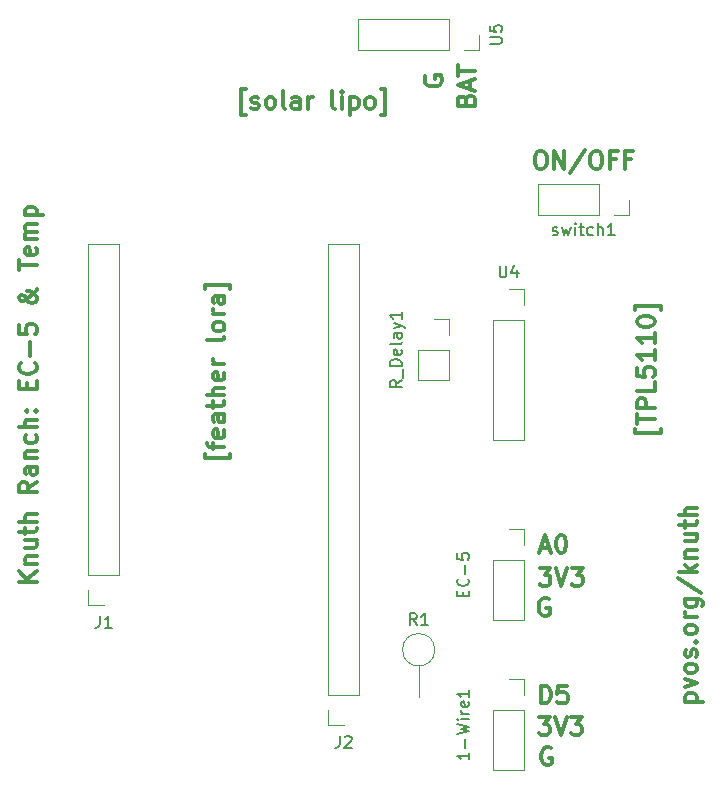
<source format=gbr>
G04 #@! TF.GenerationSoftware,KiCad,Pcbnew,5.0.2-bee76a0~70~ubuntu18.04.1*
G04 #@! TF.CreationDate,2019-07-26T15:06:13-04:00*
G04 #@! TF.ProjectId,knuth-gateway,6b6e7574-682d-4676-9174-657761792e6b,rev?*
G04 #@! TF.SameCoordinates,Original*
G04 #@! TF.FileFunction,Legend,Top*
G04 #@! TF.FilePolarity,Positive*
%FSLAX46Y46*%
G04 Gerber Fmt 4.6, Leading zero omitted, Abs format (unit mm)*
G04 Created by KiCad (PCBNEW 5.0.2-bee76a0~70~ubuntu18.04.1) date Fri 26 Jul 2019 03:06:13 PM EDT*
%MOMM*%
%LPD*%
G01*
G04 APERTURE LIST*
%ADD10C,0.300000*%
%ADD11C,0.120000*%
%ADD12C,0.150000*%
G04 APERTURE END LIST*
D10*
X265592571Y-89226400D02*
X265592571Y-89583542D01*
X263449714Y-89583542D01*
X263449714Y-89226400D01*
X263592571Y-88869257D02*
X263592571Y-88012114D01*
X265092571Y-88440685D02*
X263592571Y-88440685D01*
X265092571Y-87512114D02*
X263592571Y-87512114D01*
X263592571Y-86940685D01*
X263664000Y-86797828D01*
X263735428Y-86726400D01*
X263878285Y-86654971D01*
X264092571Y-86654971D01*
X264235428Y-86726400D01*
X264306857Y-86797828D01*
X264378285Y-86940685D01*
X264378285Y-87512114D01*
X265092571Y-85297828D02*
X265092571Y-86012114D01*
X263592571Y-86012114D01*
X263592571Y-84083542D02*
X263592571Y-84797828D01*
X264306857Y-84869257D01*
X264235428Y-84797828D01*
X264164000Y-84654971D01*
X264164000Y-84297828D01*
X264235428Y-84154971D01*
X264306857Y-84083542D01*
X264449714Y-84012114D01*
X264806857Y-84012114D01*
X264949714Y-84083542D01*
X265021142Y-84154971D01*
X265092571Y-84297828D01*
X265092571Y-84654971D01*
X265021142Y-84797828D01*
X264949714Y-84869257D01*
X265092571Y-82583542D02*
X265092571Y-83440685D01*
X265092571Y-83012114D02*
X263592571Y-83012114D01*
X263806857Y-83154971D01*
X263949714Y-83297828D01*
X264021142Y-83440685D01*
X265092571Y-81154971D02*
X265092571Y-82012114D01*
X265092571Y-81583542D02*
X263592571Y-81583542D01*
X263806857Y-81726400D01*
X263949714Y-81869257D01*
X264021142Y-82012114D01*
X263592571Y-80226400D02*
X263592571Y-80083542D01*
X263664000Y-79940685D01*
X263735428Y-79869257D01*
X263878285Y-79797828D01*
X264164000Y-79726400D01*
X264521142Y-79726400D01*
X264806857Y-79797828D01*
X264949714Y-79869257D01*
X265021142Y-79940685D01*
X265092571Y-80083542D01*
X265092571Y-80226400D01*
X265021142Y-80369257D01*
X264949714Y-80440685D01*
X264806857Y-80512114D01*
X264521142Y-80583542D01*
X264164000Y-80583542D01*
X263878285Y-80512114D01*
X263735428Y-80440685D01*
X263664000Y-80369257D01*
X263592571Y-80226400D01*
X265592571Y-79226400D02*
X265592571Y-78869257D01*
X263449714Y-78869257D01*
X263449714Y-79226400D01*
X229168971Y-91343085D02*
X229168971Y-91700228D01*
X227026114Y-91700228D01*
X227026114Y-91343085D01*
X227668971Y-90985942D02*
X227668971Y-90414514D01*
X228668971Y-90771657D02*
X227383257Y-90771657D01*
X227240400Y-90700228D01*
X227168971Y-90557371D01*
X227168971Y-90414514D01*
X228597542Y-89343085D02*
X228668971Y-89485942D01*
X228668971Y-89771657D01*
X228597542Y-89914514D01*
X228454685Y-89985942D01*
X227883257Y-89985942D01*
X227740400Y-89914514D01*
X227668971Y-89771657D01*
X227668971Y-89485942D01*
X227740400Y-89343085D01*
X227883257Y-89271657D01*
X228026114Y-89271657D01*
X228168971Y-89985942D01*
X228668971Y-87985942D02*
X227883257Y-87985942D01*
X227740400Y-88057371D01*
X227668971Y-88200228D01*
X227668971Y-88485942D01*
X227740400Y-88628800D01*
X228597542Y-87985942D02*
X228668971Y-88128800D01*
X228668971Y-88485942D01*
X228597542Y-88628800D01*
X228454685Y-88700228D01*
X228311828Y-88700228D01*
X228168971Y-88628800D01*
X228097542Y-88485942D01*
X228097542Y-88128800D01*
X228026114Y-87985942D01*
X227668971Y-87485942D02*
X227668971Y-86914514D01*
X227168971Y-87271657D02*
X228454685Y-87271657D01*
X228597542Y-87200228D01*
X228668971Y-87057371D01*
X228668971Y-86914514D01*
X228668971Y-86414514D02*
X227168971Y-86414514D01*
X228668971Y-85771657D02*
X227883257Y-85771657D01*
X227740400Y-85843085D01*
X227668971Y-85985942D01*
X227668971Y-86200228D01*
X227740400Y-86343085D01*
X227811828Y-86414514D01*
X228597542Y-84485942D02*
X228668971Y-84628800D01*
X228668971Y-84914514D01*
X228597542Y-85057371D01*
X228454685Y-85128800D01*
X227883257Y-85128800D01*
X227740400Y-85057371D01*
X227668971Y-84914514D01*
X227668971Y-84628800D01*
X227740400Y-84485942D01*
X227883257Y-84414514D01*
X228026114Y-84414514D01*
X228168971Y-85128800D01*
X228668971Y-83771657D02*
X227668971Y-83771657D01*
X227954685Y-83771657D02*
X227811828Y-83700228D01*
X227740400Y-83628800D01*
X227668971Y-83485942D01*
X227668971Y-83343085D01*
X228668971Y-81485942D02*
X228597542Y-81628800D01*
X228454685Y-81700228D01*
X227168971Y-81700228D01*
X228668971Y-80700228D02*
X228597542Y-80843085D01*
X228526114Y-80914514D01*
X228383257Y-80985942D01*
X227954685Y-80985942D01*
X227811828Y-80914514D01*
X227740400Y-80843085D01*
X227668971Y-80700228D01*
X227668971Y-80485942D01*
X227740400Y-80343085D01*
X227811828Y-80271657D01*
X227954685Y-80200228D01*
X228383257Y-80200228D01*
X228526114Y-80271657D01*
X228597542Y-80343085D01*
X228668971Y-80485942D01*
X228668971Y-80700228D01*
X228668971Y-79557371D02*
X227668971Y-79557371D01*
X227954685Y-79557371D02*
X227811828Y-79485942D01*
X227740400Y-79414514D01*
X227668971Y-79271657D01*
X227668971Y-79128800D01*
X228668971Y-77985942D02*
X227883257Y-77985942D01*
X227740400Y-78057371D01*
X227668971Y-78200228D01*
X227668971Y-78485942D01*
X227740400Y-78628800D01*
X228597542Y-77985942D02*
X228668971Y-78128800D01*
X228668971Y-78485942D01*
X228597542Y-78628800D01*
X228454685Y-78700228D01*
X228311828Y-78700228D01*
X228168971Y-78628800D01*
X228097542Y-78485942D01*
X228097542Y-78128800D01*
X228026114Y-77985942D01*
X229168971Y-77414514D02*
X229168971Y-77057371D01*
X227026114Y-77057371D01*
X227026114Y-77414514D01*
X230454914Y-62646571D02*
X230097771Y-62646571D01*
X230097771Y-60503714D01*
X230454914Y-60503714D01*
X230954914Y-62075142D02*
X231097771Y-62146571D01*
X231383485Y-62146571D01*
X231526342Y-62075142D01*
X231597771Y-61932285D01*
X231597771Y-61860857D01*
X231526342Y-61718000D01*
X231383485Y-61646571D01*
X231169200Y-61646571D01*
X231026342Y-61575142D01*
X230954914Y-61432285D01*
X230954914Y-61360857D01*
X231026342Y-61218000D01*
X231169200Y-61146571D01*
X231383485Y-61146571D01*
X231526342Y-61218000D01*
X232454914Y-62146571D02*
X232312057Y-62075142D01*
X232240628Y-62003714D01*
X232169200Y-61860857D01*
X232169200Y-61432285D01*
X232240628Y-61289428D01*
X232312057Y-61218000D01*
X232454914Y-61146571D01*
X232669200Y-61146571D01*
X232812057Y-61218000D01*
X232883485Y-61289428D01*
X232954914Y-61432285D01*
X232954914Y-61860857D01*
X232883485Y-62003714D01*
X232812057Y-62075142D01*
X232669200Y-62146571D01*
X232454914Y-62146571D01*
X233812057Y-62146571D02*
X233669200Y-62075142D01*
X233597771Y-61932285D01*
X233597771Y-60646571D01*
X235026342Y-62146571D02*
X235026342Y-61360857D01*
X234954914Y-61218000D01*
X234812057Y-61146571D01*
X234526342Y-61146571D01*
X234383485Y-61218000D01*
X235026342Y-62075142D02*
X234883485Y-62146571D01*
X234526342Y-62146571D01*
X234383485Y-62075142D01*
X234312057Y-61932285D01*
X234312057Y-61789428D01*
X234383485Y-61646571D01*
X234526342Y-61575142D01*
X234883485Y-61575142D01*
X235026342Y-61503714D01*
X235740628Y-62146571D02*
X235740628Y-61146571D01*
X235740628Y-61432285D02*
X235812057Y-61289428D01*
X235883485Y-61218000D01*
X236026342Y-61146571D01*
X236169200Y-61146571D01*
X238026342Y-62146571D02*
X237883485Y-62075142D01*
X237812057Y-61932285D01*
X237812057Y-60646571D01*
X238597771Y-62146571D02*
X238597771Y-61146571D01*
X238597771Y-60646571D02*
X238526342Y-60718000D01*
X238597771Y-60789428D01*
X238669200Y-60718000D01*
X238597771Y-60646571D01*
X238597771Y-60789428D01*
X239312057Y-61146571D02*
X239312057Y-62646571D01*
X239312057Y-61218000D02*
X239454914Y-61146571D01*
X239740628Y-61146571D01*
X239883485Y-61218000D01*
X239954914Y-61289428D01*
X240026342Y-61432285D01*
X240026342Y-61860857D01*
X239954914Y-62003714D01*
X239883485Y-62075142D01*
X239740628Y-62146571D01*
X239454914Y-62146571D01*
X239312057Y-62075142D01*
X240883485Y-62146571D02*
X240740628Y-62075142D01*
X240669200Y-62003714D01*
X240597771Y-61860857D01*
X240597771Y-61432285D01*
X240669200Y-61289428D01*
X240740628Y-61218000D01*
X240883485Y-61146571D01*
X241097771Y-61146571D01*
X241240628Y-61218000D01*
X241312057Y-61289428D01*
X241383485Y-61432285D01*
X241383485Y-61860857D01*
X241312057Y-62003714D01*
X241240628Y-62075142D01*
X241097771Y-62146571D01*
X240883485Y-62146571D01*
X241883485Y-62646571D02*
X242240628Y-62646571D01*
X242240628Y-60503714D01*
X241883485Y-60503714D01*
X249117657Y-61406742D02*
X249189085Y-61192457D01*
X249260514Y-61121028D01*
X249403371Y-61049600D01*
X249617657Y-61049600D01*
X249760514Y-61121028D01*
X249831942Y-61192457D01*
X249903371Y-61335314D01*
X249903371Y-61906742D01*
X248403371Y-61906742D01*
X248403371Y-61406742D01*
X248474800Y-61263885D01*
X248546228Y-61192457D01*
X248689085Y-61121028D01*
X248831942Y-61121028D01*
X248974800Y-61192457D01*
X249046228Y-61263885D01*
X249117657Y-61406742D01*
X249117657Y-61906742D01*
X249474800Y-60478171D02*
X249474800Y-59763885D01*
X249903371Y-60621028D02*
X248403371Y-60121028D01*
X249903371Y-59621028D01*
X248403371Y-59335314D02*
X248403371Y-58478171D01*
X249903371Y-58906742D02*
X248403371Y-58906742D01*
X245680800Y-59398742D02*
X245609371Y-59541600D01*
X245609371Y-59755885D01*
X245680800Y-59970171D01*
X245823657Y-60113028D01*
X245966514Y-60184457D01*
X246252228Y-60255885D01*
X246466514Y-60255885D01*
X246752228Y-60184457D01*
X246895085Y-60113028D01*
X247037942Y-59970171D01*
X247109371Y-59755885D01*
X247109371Y-59613028D01*
X247037942Y-59398742D01*
X246966514Y-59327314D01*
X246466514Y-59327314D01*
X246466514Y-59613028D01*
X255468571Y-99310000D02*
X256182857Y-99310000D01*
X255325714Y-99738571D02*
X255825714Y-98238571D01*
X256325714Y-99738571D01*
X257111428Y-98238571D02*
X257254285Y-98238571D01*
X257397142Y-98310000D01*
X257468571Y-98381428D01*
X257540000Y-98524285D01*
X257611428Y-98810000D01*
X257611428Y-99167142D01*
X257540000Y-99452857D01*
X257468571Y-99595714D01*
X257397142Y-99667142D01*
X257254285Y-99738571D01*
X257111428Y-99738571D01*
X256968571Y-99667142D01*
X256897142Y-99595714D01*
X256825714Y-99452857D01*
X256754285Y-99167142D01*
X256754285Y-98810000D01*
X256825714Y-98524285D01*
X256897142Y-98381428D01*
X256968571Y-98310000D01*
X257111428Y-98238571D01*
X255343257Y-101032571D02*
X256271828Y-101032571D01*
X255771828Y-101604000D01*
X255986114Y-101604000D01*
X256128971Y-101675428D01*
X256200400Y-101746857D01*
X256271828Y-101889714D01*
X256271828Y-102246857D01*
X256200400Y-102389714D01*
X256128971Y-102461142D01*
X255986114Y-102532571D01*
X255557542Y-102532571D01*
X255414685Y-102461142D01*
X255343257Y-102389714D01*
X256700400Y-101032571D02*
X257200400Y-102532571D01*
X257700400Y-101032571D01*
X258057542Y-101032571D02*
X258986114Y-101032571D01*
X258486114Y-101604000D01*
X258700400Y-101604000D01*
X258843257Y-101675428D01*
X258914685Y-101746857D01*
X258986114Y-101889714D01*
X258986114Y-102246857D01*
X258914685Y-102389714D01*
X258843257Y-102461142D01*
X258700400Y-102532571D01*
X258271828Y-102532571D01*
X258128971Y-102461142D01*
X258057542Y-102389714D01*
X256120057Y-103644000D02*
X255977200Y-103572571D01*
X255762914Y-103572571D01*
X255548628Y-103644000D01*
X255405771Y-103786857D01*
X255334342Y-103929714D01*
X255262914Y-104215428D01*
X255262914Y-104429714D01*
X255334342Y-104715428D01*
X255405771Y-104858285D01*
X255548628Y-105001142D01*
X255762914Y-105072571D01*
X255905771Y-105072571D01*
X256120057Y-105001142D01*
X256191485Y-104929714D01*
X256191485Y-104429714D01*
X255905771Y-104429714D01*
X255432857Y-112489371D02*
X255432857Y-110989371D01*
X255790000Y-110989371D01*
X256004285Y-111060800D01*
X256147142Y-111203657D01*
X256218571Y-111346514D01*
X256290000Y-111632228D01*
X256290000Y-111846514D01*
X256218571Y-112132228D01*
X256147142Y-112275085D01*
X256004285Y-112417942D01*
X255790000Y-112489371D01*
X255432857Y-112489371D01*
X257647142Y-110989371D02*
X256932857Y-110989371D01*
X256861428Y-111703657D01*
X256932857Y-111632228D01*
X257075714Y-111560800D01*
X257432857Y-111560800D01*
X257575714Y-111632228D01*
X257647142Y-111703657D01*
X257718571Y-111846514D01*
X257718571Y-112203657D01*
X257647142Y-112346514D01*
X257575714Y-112417942D01*
X257432857Y-112489371D01*
X257075714Y-112489371D01*
X256932857Y-112417942D01*
X256861428Y-112346514D01*
X255292457Y-113681771D02*
X256221028Y-113681771D01*
X255721028Y-114253200D01*
X255935314Y-114253200D01*
X256078171Y-114324628D01*
X256149600Y-114396057D01*
X256221028Y-114538914D01*
X256221028Y-114896057D01*
X256149600Y-115038914D01*
X256078171Y-115110342D01*
X255935314Y-115181771D01*
X255506742Y-115181771D01*
X255363885Y-115110342D01*
X255292457Y-115038914D01*
X256649600Y-113681771D02*
X257149600Y-115181771D01*
X257649600Y-113681771D01*
X258006742Y-113681771D02*
X258935314Y-113681771D01*
X258435314Y-114253200D01*
X258649600Y-114253200D01*
X258792457Y-114324628D01*
X258863885Y-114396057D01*
X258935314Y-114538914D01*
X258935314Y-114896057D01*
X258863885Y-115038914D01*
X258792457Y-115110342D01*
X258649600Y-115181771D01*
X258221028Y-115181771D01*
X258078171Y-115110342D01*
X258006742Y-115038914D01*
X256323257Y-116293200D02*
X256180400Y-116221771D01*
X255966114Y-116221771D01*
X255751828Y-116293200D01*
X255608971Y-116436057D01*
X255537542Y-116578914D01*
X255466114Y-116864628D01*
X255466114Y-117078914D01*
X255537542Y-117364628D01*
X255608971Y-117507485D01*
X255751828Y-117650342D01*
X255966114Y-117721771D01*
X256108971Y-117721771D01*
X256323257Y-117650342D01*
X256394685Y-117578914D01*
X256394685Y-117078914D01*
X256108971Y-117078914D01*
X255294285Y-65726571D02*
X255580000Y-65726571D01*
X255722857Y-65798000D01*
X255865714Y-65940857D01*
X255937142Y-66226571D01*
X255937142Y-66726571D01*
X255865714Y-67012285D01*
X255722857Y-67155142D01*
X255580000Y-67226571D01*
X255294285Y-67226571D01*
X255151428Y-67155142D01*
X255008571Y-67012285D01*
X254937142Y-66726571D01*
X254937142Y-66226571D01*
X255008571Y-65940857D01*
X255151428Y-65798000D01*
X255294285Y-65726571D01*
X256580000Y-67226571D02*
X256580000Y-65726571D01*
X257437142Y-67226571D01*
X257437142Y-65726571D01*
X259222857Y-65655142D02*
X257937142Y-67583714D01*
X260008571Y-65726571D02*
X260294285Y-65726571D01*
X260437142Y-65798000D01*
X260580000Y-65940857D01*
X260651428Y-66226571D01*
X260651428Y-66726571D01*
X260580000Y-67012285D01*
X260437142Y-67155142D01*
X260294285Y-67226571D01*
X260008571Y-67226571D01*
X259865714Y-67155142D01*
X259722857Y-67012285D01*
X259651428Y-66726571D01*
X259651428Y-66226571D01*
X259722857Y-65940857D01*
X259865714Y-65798000D01*
X260008571Y-65726571D01*
X261794285Y-66440857D02*
X261294285Y-66440857D01*
X261294285Y-67226571D02*
X261294285Y-65726571D01*
X262008571Y-65726571D01*
X263080000Y-66440857D02*
X262580000Y-66440857D01*
X262580000Y-67226571D02*
X262580000Y-65726571D01*
X263294285Y-65726571D01*
X267648571Y-112354285D02*
X269148571Y-112354285D01*
X267720000Y-112354285D02*
X267648571Y-112211428D01*
X267648571Y-111925714D01*
X267720000Y-111782857D01*
X267791428Y-111711428D01*
X267934285Y-111640000D01*
X268362857Y-111640000D01*
X268505714Y-111711428D01*
X268577142Y-111782857D01*
X268648571Y-111925714D01*
X268648571Y-112211428D01*
X268577142Y-112354285D01*
X267648571Y-111140000D02*
X268648571Y-110782857D01*
X267648571Y-110425714D01*
X268648571Y-109640000D02*
X268577142Y-109782857D01*
X268505714Y-109854285D01*
X268362857Y-109925714D01*
X267934285Y-109925714D01*
X267791428Y-109854285D01*
X267720000Y-109782857D01*
X267648571Y-109640000D01*
X267648571Y-109425714D01*
X267720000Y-109282857D01*
X267791428Y-109211428D01*
X267934285Y-109140000D01*
X268362857Y-109140000D01*
X268505714Y-109211428D01*
X268577142Y-109282857D01*
X268648571Y-109425714D01*
X268648571Y-109640000D01*
X268577142Y-108568571D02*
X268648571Y-108425714D01*
X268648571Y-108140000D01*
X268577142Y-107997142D01*
X268434285Y-107925714D01*
X268362857Y-107925714D01*
X268220000Y-107997142D01*
X268148571Y-108140000D01*
X268148571Y-108354285D01*
X268077142Y-108497142D01*
X267934285Y-108568571D01*
X267862857Y-108568571D01*
X267720000Y-108497142D01*
X267648571Y-108354285D01*
X267648571Y-108140000D01*
X267720000Y-107997142D01*
X268505714Y-107282857D02*
X268577142Y-107211428D01*
X268648571Y-107282857D01*
X268577142Y-107354285D01*
X268505714Y-107282857D01*
X268648571Y-107282857D01*
X268648571Y-106354285D02*
X268577142Y-106497142D01*
X268505714Y-106568571D01*
X268362857Y-106640000D01*
X267934285Y-106640000D01*
X267791428Y-106568571D01*
X267720000Y-106497142D01*
X267648571Y-106354285D01*
X267648571Y-106140000D01*
X267720000Y-105997142D01*
X267791428Y-105925714D01*
X267934285Y-105854285D01*
X268362857Y-105854285D01*
X268505714Y-105925714D01*
X268577142Y-105997142D01*
X268648571Y-106140000D01*
X268648571Y-106354285D01*
X268648571Y-105211428D02*
X267648571Y-105211428D01*
X267934285Y-105211428D02*
X267791428Y-105140000D01*
X267720000Y-105068571D01*
X267648571Y-104925714D01*
X267648571Y-104782857D01*
X267648571Y-103640000D02*
X268862857Y-103640000D01*
X269005714Y-103711428D01*
X269077142Y-103782857D01*
X269148571Y-103925714D01*
X269148571Y-104140000D01*
X269077142Y-104282857D01*
X268577142Y-103640000D02*
X268648571Y-103782857D01*
X268648571Y-104068571D01*
X268577142Y-104211428D01*
X268505714Y-104282857D01*
X268362857Y-104354285D01*
X267934285Y-104354285D01*
X267791428Y-104282857D01*
X267720000Y-104211428D01*
X267648571Y-104068571D01*
X267648571Y-103782857D01*
X267720000Y-103640000D01*
X267077142Y-101854285D02*
X269005714Y-103140000D01*
X268648571Y-101354285D02*
X267148571Y-101354285D01*
X268077142Y-101211428D02*
X268648571Y-100782857D01*
X267648571Y-100782857D02*
X268220000Y-101354285D01*
X267648571Y-100140000D02*
X268648571Y-100140000D01*
X267791428Y-100140000D02*
X267720000Y-100068571D01*
X267648571Y-99925714D01*
X267648571Y-99711428D01*
X267720000Y-99568571D01*
X267862857Y-99497142D01*
X268648571Y-99497142D01*
X267648571Y-98140000D02*
X268648571Y-98140000D01*
X267648571Y-98782857D02*
X268434285Y-98782857D01*
X268577142Y-98711428D01*
X268648571Y-98568571D01*
X268648571Y-98354285D01*
X268577142Y-98211428D01*
X268505714Y-98140000D01*
X267648571Y-97640000D02*
X267648571Y-97068571D01*
X267148571Y-97425714D02*
X268434285Y-97425714D01*
X268577142Y-97354285D01*
X268648571Y-97211428D01*
X268648571Y-97068571D01*
X268648571Y-96568571D02*
X267148571Y-96568571D01*
X268648571Y-95925714D02*
X267862857Y-95925714D01*
X267720000Y-95997142D01*
X267648571Y-96140000D01*
X267648571Y-96354285D01*
X267720000Y-96497142D01*
X267791428Y-96568571D01*
X212768571Y-102181428D02*
X211268571Y-102181428D01*
X212768571Y-101324285D02*
X211911428Y-101967142D01*
X211268571Y-101324285D02*
X212125714Y-102181428D01*
X211768571Y-100681428D02*
X212768571Y-100681428D01*
X211911428Y-100681428D02*
X211840000Y-100610000D01*
X211768571Y-100467142D01*
X211768571Y-100252857D01*
X211840000Y-100110000D01*
X211982857Y-100038571D01*
X212768571Y-100038571D01*
X211768571Y-98681428D02*
X212768571Y-98681428D01*
X211768571Y-99324285D02*
X212554285Y-99324285D01*
X212697142Y-99252857D01*
X212768571Y-99110000D01*
X212768571Y-98895714D01*
X212697142Y-98752857D01*
X212625714Y-98681428D01*
X211768571Y-98181428D02*
X211768571Y-97610000D01*
X211268571Y-97967142D02*
X212554285Y-97967142D01*
X212697142Y-97895714D01*
X212768571Y-97752857D01*
X212768571Y-97610000D01*
X212768571Y-97110000D02*
X211268571Y-97110000D01*
X212768571Y-96467142D02*
X211982857Y-96467142D01*
X211840000Y-96538571D01*
X211768571Y-96681428D01*
X211768571Y-96895714D01*
X211840000Y-97038571D01*
X211911428Y-97110000D01*
X212768571Y-93752857D02*
X212054285Y-94252857D01*
X212768571Y-94610000D02*
X211268571Y-94610000D01*
X211268571Y-94038571D01*
X211340000Y-93895714D01*
X211411428Y-93824285D01*
X211554285Y-93752857D01*
X211768571Y-93752857D01*
X211911428Y-93824285D01*
X211982857Y-93895714D01*
X212054285Y-94038571D01*
X212054285Y-94610000D01*
X212768571Y-92467142D02*
X211982857Y-92467142D01*
X211840000Y-92538571D01*
X211768571Y-92681428D01*
X211768571Y-92967142D01*
X211840000Y-93110000D01*
X212697142Y-92467142D02*
X212768571Y-92610000D01*
X212768571Y-92967142D01*
X212697142Y-93110000D01*
X212554285Y-93181428D01*
X212411428Y-93181428D01*
X212268571Y-93110000D01*
X212197142Y-92967142D01*
X212197142Y-92610000D01*
X212125714Y-92467142D01*
X211768571Y-91752857D02*
X212768571Y-91752857D01*
X211911428Y-91752857D02*
X211840000Y-91681428D01*
X211768571Y-91538571D01*
X211768571Y-91324285D01*
X211840000Y-91181428D01*
X211982857Y-91110000D01*
X212768571Y-91110000D01*
X212697142Y-89752857D02*
X212768571Y-89895714D01*
X212768571Y-90181428D01*
X212697142Y-90324285D01*
X212625714Y-90395714D01*
X212482857Y-90467142D01*
X212054285Y-90467142D01*
X211911428Y-90395714D01*
X211840000Y-90324285D01*
X211768571Y-90181428D01*
X211768571Y-89895714D01*
X211840000Y-89752857D01*
X212768571Y-89110000D02*
X211268571Y-89110000D01*
X212768571Y-88467142D02*
X211982857Y-88467142D01*
X211840000Y-88538571D01*
X211768571Y-88681428D01*
X211768571Y-88895714D01*
X211840000Y-89038571D01*
X211911428Y-89110000D01*
X212625714Y-87752857D02*
X212697142Y-87681428D01*
X212768571Y-87752857D01*
X212697142Y-87824285D01*
X212625714Y-87752857D01*
X212768571Y-87752857D01*
X211840000Y-87752857D02*
X211911428Y-87681428D01*
X211982857Y-87752857D01*
X211911428Y-87824285D01*
X211840000Y-87752857D01*
X211982857Y-87752857D01*
X211982857Y-85895714D02*
X211982857Y-85395714D01*
X212768571Y-85181428D02*
X212768571Y-85895714D01*
X211268571Y-85895714D01*
X211268571Y-85181428D01*
X212625714Y-83681428D02*
X212697142Y-83752857D01*
X212768571Y-83967142D01*
X212768571Y-84110000D01*
X212697142Y-84324285D01*
X212554285Y-84467142D01*
X212411428Y-84538571D01*
X212125714Y-84610000D01*
X211911428Y-84610000D01*
X211625714Y-84538571D01*
X211482857Y-84467142D01*
X211340000Y-84324285D01*
X211268571Y-84110000D01*
X211268571Y-83967142D01*
X211340000Y-83752857D01*
X211411428Y-83681428D01*
X212197142Y-83038571D02*
X212197142Y-81895714D01*
X211268571Y-80467142D02*
X211268571Y-81181428D01*
X211982857Y-81252857D01*
X211911428Y-81181428D01*
X211840000Y-81038571D01*
X211840000Y-80681428D01*
X211911428Y-80538571D01*
X211982857Y-80467142D01*
X212125714Y-80395714D01*
X212482857Y-80395714D01*
X212625714Y-80467142D01*
X212697142Y-80538571D01*
X212768571Y-80681428D01*
X212768571Y-81038571D01*
X212697142Y-81181428D01*
X212625714Y-81252857D01*
X212768571Y-77395714D02*
X212768571Y-77467142D01*
X212697142Y-77610000D01*
X212482857Y-77824285D01*
X212054285Y-78181428D01*
X211840000Y-78324285D01*
X211625714Y-78395714D01*
X211482857Y-78395714D01*
X211340000Y-78324285D01*
X211268571Y-78181428D01*
X211268571Y-78110000D01*
X211340000Y-77967142D01*
X211482857Y-77895714D01*
X211554285Y-77895714D01*
X211697142Y-77967142D01*
X211768571Y-78038571D01*
X212054285Y-78467142D01*
X212125714Y-78538571D01*
X212268571Y-78610000D01*
X212482857Y-78610000D01*
X212625714Y-78538571D01*
X212697142Y-78467142D01*
X212768571Y-78324285D01*
X212768571Y-78110000D01*
X212697142Y-77967142D01*
X212625714Y-77895714D01*
X212340000Y-77681428D01*
X212125714Y-77610000D01*
X211982857Y-77610000D01*
X211268571Y-75824285D02*
X211268571Y-74967142D01*
X212768571Y-75395714D02*
X211268571Y-75395714D01*
X212697142Y-73895714D02*
X212768571Y-74038571D01*
X212768571Y-74324285D01*
X212697142Y-74467142D01*
X212554285Y-74538571D01*
X211982857Y-74538571D01*
X211840000Y-74467142D01*
X211768571Y-74324285D01*
X211768571Y-74038571D01*
X211840000Y-73895714D01*
X211982857Y-73824285D01*
X212125714Y-73824285D01*
X212268571Y-74538571D01*
X212768571Y-73181428D02*
X211768571Y-73181428D01*
X211911428Y-73181428D02*
X211840000Y-73110000D01*
X211768571Y-72967142D01*
X211768571Y-72752857D01*
X211840000Y-72610000D01*
X211982857Y-72538571D01*
X212768571Y-72538571D01*
X211982857Y-72538571D02*
X211840000Y-72467142D01*
X211768571Y-72324285D01*
X211768571Y-72110000D01*
X211840000Y-71967142D01*
X211982857Y-71895714D01*
X212768571Y-71895714D01*
X211768571Y-71181428D02*
X213268571Y-71181428D01*
X211840000Y-71181428D02*
X211768571Y-71038571D01*
X211768571Y-70752857D01*
X211840000Y-70610000D01*
X211911428Y-70538571D01*
X212054285Y-70467142D01*
X212482857Y-70467142D01*
X212625714Y-70538571D01*
X212697142Y-70610000D01*
X212768571Y-70752857D01*
X212768571Y-71038571D01*
X212697142Y-71181428D01*
D11*
G04 #@! TO.C,R_Delay1*
X245050000Y-82550000D02*
X247710000Y-82550000D01*
X245050000Y-82550000D02*
X245050000Y-85150000D01*
X245050000Y-85150000D02*
X247710000Y-85150000D01*
X247710000Y-82550000D02*
X247710000Y-85150000D01*
X247710000Y-79950000D02*
X247710000Y-81280000D01*
X246380000Y-79950000D02*
X247710000Y-79950000D01*
G04 #@! TO.C,U4*
X251400000Y-80010000D02*
X254060000Y-80010000D01*
X251400000Y-80010000D02*
X251400000Y-90230000D01*
X251400000Y-90230000D02*
X254060000Y-90230000D01*
X254060000Y-80010000D02*
X254060000Y-90230000D01*
X254060000Y-77410000D02*
X254060000Y-78740000D01*
X252730000Y-77410000D02*
X254060000Y-77410000D01*
G04 #@! TO.C,U5*
X247650000Y-54550000D02*
X247650000Y-57210000D01*
X247650000Y-54550000D02*
X239970000Y-54550000D01*
X239970000Y-54550000D02*
X239970000Y-57210000D01*
X247650000Y-57210000D02*
X239970000Y-57210000D01*
X250250000Y-57210000D02*
X248920000Y-57210000D01*
X250250000Y-55880000D02*
X250250000Y-57210000D01*
G04 #@! TO.C,1-Wire1*
X252730000Y-110430000D02*
X254060000Y-110430000D01*
X254060000Y-110430000D02*
X254060000Y-111760000D01*
X254060000Y-113030000D02*
X254060000Y-118170000D01*
X251400000Y-118170000D02*
X254060000Y-118170000D01*
X251400000Y-113030000D02*
X251400000Y-118170000D01*
X251400000Y-113030000D02*
X254060000Y-113030000D01*
G04 #@! TO.C,EC-5*
X251400000Y-100330000D02*
X254060000Y-100330000D01*
X251400000Y-100330000D02*
X251400000Y-105470000D01*
X251400000Y-105470000D02*
X254060000Y-105470000D01*
X254060000Y-100330000D02*
X254060000Y-105470000D01*
X254060000Y-97730000D02*
X254060000Y-99060000D01*
X252730000Y-97730000D02*
X254060000Y-97730000D01*
G04 #@! TO.C,J1*
X219770000Y-101600000D02*
X217110000Y-101600000D01*
X219770000Y-101600000D02*
X219770000Y-73600000D01*
X219770000Y-73600000D02*
X217110000Y-73600000D01*
X217110000Y-101600000D02*
X217110000Y-73600000D01*
X217110000Y-104200000D02*
X217110000Y-102870000D01*
X218440000Y-104200000D02*
X217110000Y-104200000D01*
G04 #@! TO.C,J2*
X240090000Y-111760000D02*
X237430000Y-111760000D01*
X240090000Y-111760000D02*
X240090000Y-73600000D01*
X240090000Y-73600000D02*
X237430000Y-73600000D01*
X237430000Y-111760000D02*
X237430000Y-73600000D01*
X237430000Y-114360000D02*
X237430000Y-113030000D01*
X238760000Y-114360000D02*
X237430000Y-114360000D01*
G04 #@! TO.C,switch1*
X260350000Y-68520000D02*
X260350000Y-71180000D01*
X260350000Y-68520000D02*
X255210000Y-68520000D01*
X255210000Y-68520000D02*
X255210000Y-71180000D01*
X260350000Y-71180000D02*
X255210000Y-71180000D01*
X262950000Y-71180000D02*
X261620000Y-71180000D01*
X262950000Y-69850000D02*
X262950000Y-71180000D01*
G04 #@! TO.C,R1*
X246480000Y-107950000D02*
G75*
G03X246480000Y-107950000I-1370000J0D01*
G01*
X245110000Y-109320000D02*
X245110000Y-111930000D01*
G04 #@! TO.C,R_Delay1*
D12*
X243657380Y-85121428D02*
X243181190Y-85454761D01*
X243657380Y-85692857D02*
X242657380Y-85692857D01*
X242657380Y-85311904D01*
X242705000Y-85216666D01*
X242752619Y-85169047D01*
X242847857Y-85121428D01*
X242990714Y-85121428D01*
X243085952Y-85169047D01*
X243133571Y-85216666D01*
X243181190Y-85311904D01*
X243181190Y-85692857D01*
X243752619Y-84930952D02*
X243752619Y-84169047D01*
X243657380Y-83930952D02*
X242657380Y-83930952D01*
X242657380Y-83692857D01*
X242705000Y-83550000D01*
X242800238Y-83454761D01*
X242895476Y-83407142D01*
X243085952Y-83359523D01*
X243228809Y-83359523D01*
X243419285Y-83407142D01*
X243514523Y-83454761D01*
X243609761Y-83550000D01*
X243657380Y-83692857D01*
X243657380Y-83930952D01*
X243609761Y-82550000D02*
X243657380Y-82645238D01*
X243657380Y-82835714D01*
X243609761Y-82930952D01*
X243514523Y-82978571D01*
X243133571Y-82978571D01*
X243038333Y-82930952D01*
X242990714Y-82835714D01*
X242990714Y-82645238D01*
X243038333Y-82550000D01*
X243133571Y-82502380D01*
X243228809Y-82502380D01*
X243324047Y-82978571D01*
X243657380Y-81930952D02*
X243609761Y-82026190D01*
X243514523Y-82073809D01*
X242657380Y-82073809D01*
X243657380Y-81121428D02*
X243133571Y-81121428D01*
X243038333Y-81169047D01*
X242990714Y-81264285D01*
X242990714Y-81454761D01*
X243038333Y-81550000D01*
X243609761Y-81121428D02*
X243657380Y-81216666D01*
X243657380Y-81454761D01*
X243609761Y-81550000D01*
X243514523Y-81597619D01*
X243419285Y-81597619D01*
X243324047Y-81550000D01*
X243276428Y-81454761D01*
X243276428Y-81216666D01*
X243228809Y-81121428D01*
X242990714Y-80740476D02*
X243657380Y-80502380D01*
X242990714Y-80264285D02*
X243657380Y-80502380D01*
X243895476Y-80597619D01*
X243943095Y-80645238D01*
X243990714Y-80740476D01*
X243657380Y-79359523D02*
X243657380Y-79930952D01*
X243657380Y-79645238D02*
X242657380Y-79645238D01*
X242800238Y-79740476D01*
X242895476Y-79835714D01*
X242943095Y-79930952D01*
G04 #@! TO.C,U4*
X251968095Y-75422380D02*
X251968095Y-76231904D01*
X252015714Y-76327142D01*
X252063333Y-76374761D01*
X252158571Y-76422380D01*
X252349047Y-76422380D01*
X252444285Y-76374761D01*
X252491904Y-76327142D01*
X252539523Y-76231904D01*
X252539523Y-75422380D01*
X253444285Y-75755714D02*
X253444285Y-76422380D01*
X253206190Y-75374761D02*
X252968095Y-76089047D01*
X253587142Y-76089047D01*
G04 #@! TO.C,U5*
X251142380Y-56641904D02*
X251951904Y-56641904D01*
X252047142Y-56594285D01*
X252094761Y-56546666D01*
X252142380Y-56451428D01*
X252142380Y-56260952D01*
X252094761Y-56165714D01*
X252047142Y-56118095D01*
X251951904Y-56070476D01*
X251142380Y-56070476D01*
X251142380Y-55118095D02*
X251142380Y-55594285D01*
X251618571Y-55641904D01*
X251570952Y-55594285D01*
X251523333Y-55499047D01*
X251523333Y-55260952D01*
X251570952Y-55165714D01*
X251618571Y-55118095D01*
X251713809Y-55070476D01*
X251951904Y-55070476D01*
X252047142Y-55118095D01*
X252094761Y-55165714D01*
X252142380Y-55260952D01*
X252142380Y-55499047D01*
X252094761Y-55594285D01*
X252047142Y-55641904D01*
G04 #@! TO.C,1-Wire1*
X249372380Y-116657142D02*
X249372380Y-117228571D01*
X249372380Y-116942857D02*
X248372380Y-116942857D01*
X248515238Y-117038095D01*
X248610476Y-117133333D01*
X248658095Y-117228571D01*
X248991428Y-116228571D02*
X248991428Y-115466666D01*
X248372380Y-115085714D02*
X249372380Y-114847619D01*
X248658095Y-114657142D01*
X249372380Y-114466666D01*
X248372380Y-114228571D01*
X249372380Y-113847619D02*
X248705714Y-113847619D01*
X248372380Y-113847619D02*
X248420000Y-113895238D01*
X248467619Y-113847619D01*
X248420000Y-113800000D01*
X248372380Y-113847619D01*
X248467619Y-113847619D01*
X249372380Y-113371428D02*
X248705714Y-113371428D01*
X248896190Y-113371428D02*
X248800952Y-113323809D01*
X248753333Y-113276190D01*
X248705714Y-113180952D01*
X248705714Y-113085714D01*
X249324761Y-112371428D02*
X249372380Y-112466666D01*
X249372380Y-112657142D01*
X249324761Y-112752380D01*
X249229523Y-112800000D01*
X248848571Y-112800000D01*
X248753333Y-112752380D01*
X248705714Y-112657142D01*
X248705714Y-112466666D01*
X248753333Y-112371428D01*
X248848571Y-112323809D01*
X248943809Y-112323809D01*
X249039047Y-112800000D01*
X249372380Y-111371428D02*
X249372380Y-111942857D01*
X249372380Y-111657142D02*
X248372380Y-111657142D01*
X248515238Y-111752380D01*
X248610476Y-111847619D01*
X248658095Y-111942857D01*
G04 #@! TO.C,EC-5*
X248848571Y-103409523D02*
X248848571Y-103076190D01*
X249372380Y-102933333D02*
X249372380Y-103409523D01*
X248372380Y-103409523D01*
X248372380Y-102933333D01*
X249277142Y-101933333D02*
X249324761Y-101980952D01*
X249372380Y-102123809D01*
X249372380Y-102219047D01*
X249324761Y-102361904D01*
X249229523Y-102457142D01*
X249134285Y-102504761D01*
X248943809Y-102552380D01*
X248800952Y-102552380D01*
X248610476Y-102504761D01*
X248515238Y-102457142D01*
X248420000Y-102361904D01*
X248372380Y-102219047D01*
X248372380Y-102123809D01*
X248420000Y-101980952D01*
X248467619Y-101933333D01*
X248991428Y-101504761D02*
X248991428Y-100742857D01*
X248372380Y-99790476D02*
X248372380Y-100266666D01*
X248848571Y-100314285D01*
X248800952Y-100266666D01*
X248753333Y-100171428D01*
X248753333Y-99933333D01*
X248800952Y-99838095D01*
X248848571Y-99790476D01*
X248943809Y-99742857D01*
X249181904Y-99742857D01*
X249277142Y-99790476D01*
X249324761Y-99838095D01*
X249372380Y-99933333D01*
X249372380Y-100171428D01*
X249324761Y-100266666D01*
X249277142Y-100314285D01*
G04 #@! TO.C,J1*
X218106666Y-105092380D02*
X218106666Y-105806666D01*
X218059047Y-105949523D01*
X217963809Y-106044761D01*
X217820952Y-106092380D01*
X217725714Y-106092380D01*
X219106666Y-106092380D02*
X218535238Y-106092380D01*
X218820952Y-106092380D02*
X218820952Y-105092380D01*
X218725714Y-105235238D01*
X218630476Y-105330476D01*
X218535238Y-105378095D01*
G04 #@! TO.C,J2*
X238426666Y-115252380D02*
X238426666Y-115966666D01*
X238379047Y-116109523D01*
X238283809Y-116204761D01*
X238140952Y-116252380D01*
X238045714Y-116252380D01*
X238855238Y-115347619D02*
X238902857Y-115300000D01*
X238998095Y-115252380D01*
X239236190Y-115252380D01*
X239331428Y-115300000D01*
X239379047Y-115347619D01*
X239426666Y-115442857D01*
X239426666Y-115538095D01*
X239379047Y-115680952D01*
X238807619Y-116252380D01*
X239426666Y-116252380D01*
G04 #@! TO.C,switch1*
X256460952Y-72794761D02*
X256556190Y-72842380D01*
X256746666Y-72842380D01*
X256841904Y-72794761D01*
X256889523Y-72699523D01*
X256889523Y-72651904D01*
X256841904Y-72556666D01*
X256746666Y-72509047D01*
X256603809Y-72509047D01*
X256508571Y-72461428D01*
X256460952Y-72366190D01*
X256460952Y-72318571D01*
X256508571Y-72223333D01*
X256603809Y-72175714D01*
X256746666Y-72175714D01*
X256841904Y-72223333D01*
X257222857Y-72175714D02*
X257413333Y-72842380D01*
X257603809Y-72366190D01*
X257794285Y-72842380D01*
X257984761Y-72175714D01*
X258365714Y-72842380D02*
X258365714Y-72175714D01*
X258365714Y-71842380D02*
X258318095Y-71890000D01*
X258365714Y-71937619D01*
X258413333Y-71890000D01*
X258365714Y-71842380D01*
X258365714Y-71937619D01*
X258699047Y-72175714D02*
X259080000Y-72175714D01*
X258841904Y-71842380D02*
X258841904Y-72699523D01*
X258889523Y-72794761D01*
X258984761Y-72842380D01*
X259080000Y-72842380D01*
X259841904Y-72794761D02*
X259746666Y-72842380D01*
X259556190Y-72842380D01*
X259460952Y-72794761D01*
X259413333Y-72747142D01*
X259365714Y-72651904D01*
X259365714Y-72366190D01*
X259413333Y-72270952D01*
X259460952Y-72223333D01*
X259556190Y-72175714D01*
X259746666Y-72175714D01*
X259841904Y-72223333D01*
X260270476Y-72842380D02*
X260270476Y-71842380D01*
X260699047Y-72842380D02*
X260699047Y-72318571D01*
X260651428Y-72223333D01*
X260556190Y-72175714D01*
X260413333Y-72175714D01*
X260318095Y-72223333D01*
X260270476Y-72270952D01*
X261699047Y-72842380D02*
X261127619Y-72842380D01*
X261413333Y-72842380D02*
X261413333Y-71842380D01*
X261318095Y-71985238D01*
X261222857Y-72080476D01*
X261127619Y-72128095D01*
G04 #@! TO.C,R1*
X244943333Y-105862380D02*
X244610000Y-105386190D01*
X244371904Y-105862380D02*
X244371904Y-104862380D01*
X244752857Y-104862380D01*
X244848095Y-104910000D01*
X244895714Y-104957619D01*
X244943333Y-105052857D01*
X244943333Y-105195714D01*
X244895714Y-105290952D01*
X244848095Y-105338571D01*
X244752857Y-105386190D01*
X244371904Y-105386190D01*
X245895714Y-105862380D02*
X245324285Y-105862380D01*
X245610000Y-105862380D02*
X245610000Y-104862380D01*
X245514761Y-105005238D01*
X245419523Y-105100476D01*
X245324285Y-105148095D01*
G04 #@! TD*
M02*

</source>
